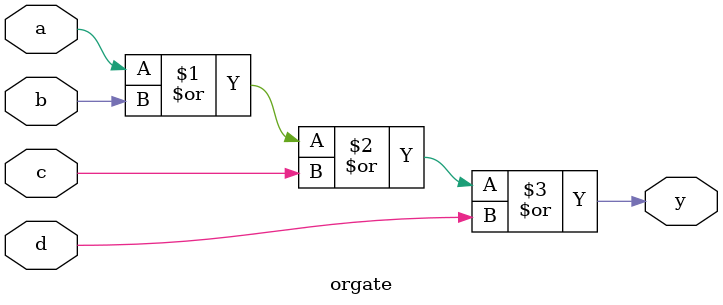
<source format=v>
module orgate(
input wire  a,
input wire b,
input wire c,
input wire d,
output wire  y);

assign y=a | b | c | d;

endmodule

</source>
